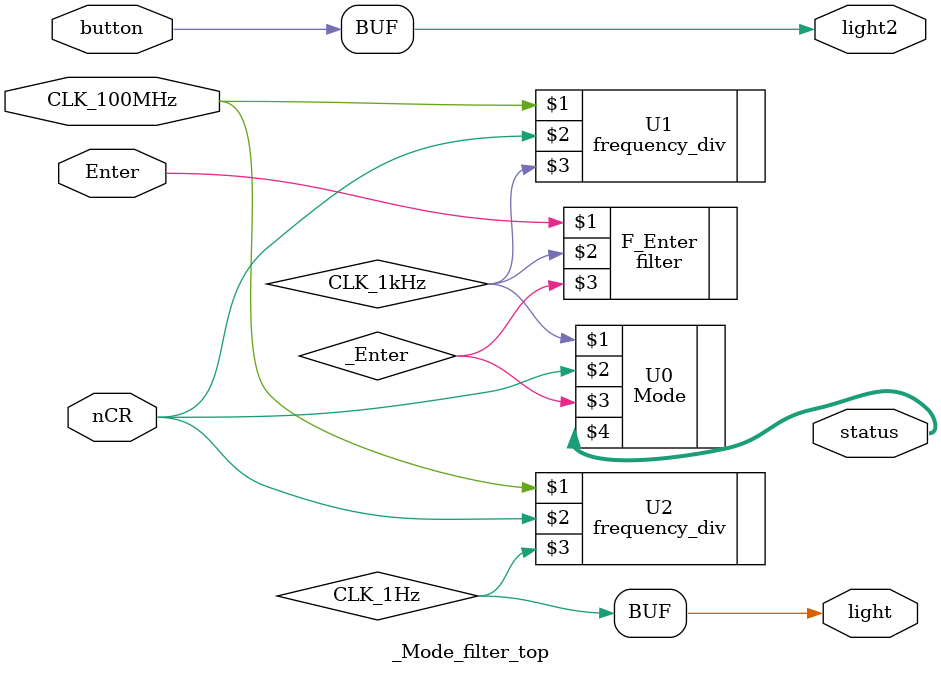
<source format=v>
`timescale 1ns / 1ps


module _Mode_filter_top(
    input CLK_100MHz,
//    input CLK,
    input nCR,
    input Enter,
    input button,
    output [1:0] status,
    output light,
    output light2
    );
    wire CLK_1kHz, _Enter, CLK_1Hz;
    assign light2 = button;
    frequency_div#(.NEED_FREQ(1000)) U1(CLK_100MHz, nCR, CLK_1kHz);
    frequency_div#(.NEED_FREQ(1)) U2(CLK_100MHz, nCR, CLK_1Hz);
    assign light = CLK_1Hz;
    filter F_Enter(Enter, CLK_1kHz, _Enter);
    Mode U0(CLK_1kHz, nCR, _Enter, status);
endmodule

</source>
